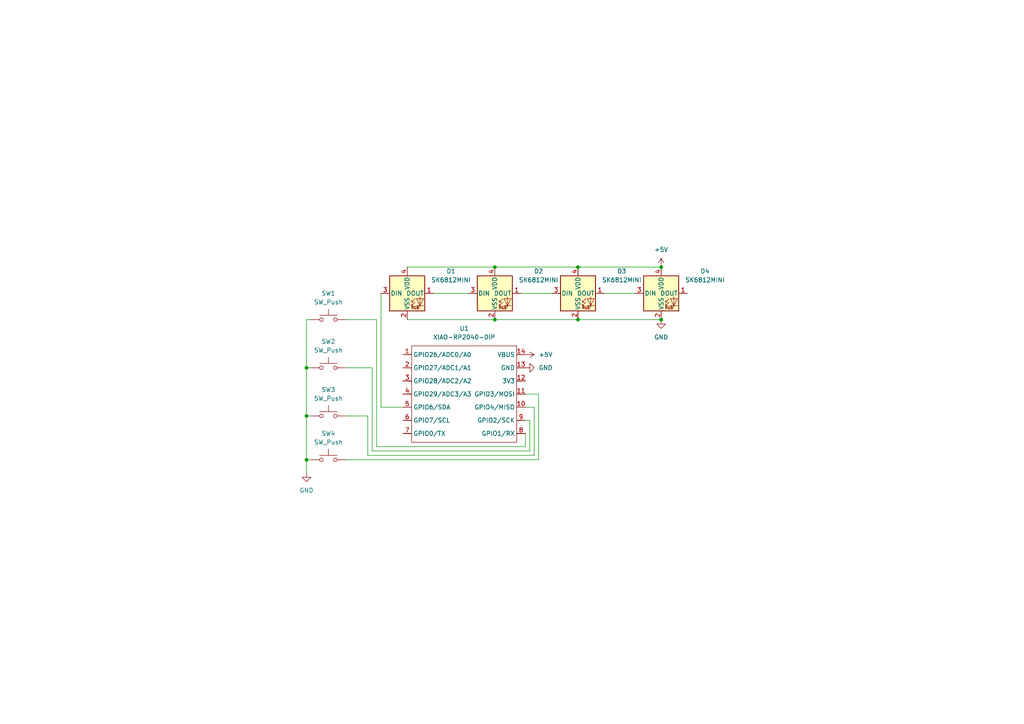
<source format=kicad_sch>
(kicad_sch (version 20250114) (generator "eeschema") (generator_version "9.0")
  (paper "A4")
  (lib_symbols
    (symbol "LED:SK6812MINI" (pin_names (offset 0.254))
      (property "Reference" "D" (at 5.08 5.715 0))
      (property "Value" "SK6812MINI" (at 1.27 -5.715 0))
      (symbol "SK6812MINI_0_0"
        (text "RGB" (at 2.286 -4.191 0) (effects (font (size 0.762 0.762))))
      )
      (symbol "SK6812MINI_0_1"
        (polyline (pts (xy 1.27 -2.54) (xy 1.778 -2.54)))
        (polyline (pts (xy 1.27 -3.556) (xy 1.778 -3.556)))
        (polyline (pts (xy 2.286 -1.524) (xy 1.27 -2.54) (xy 1.27 -2.032)))
        (polyline (pts (xy 2.286 -2.54) (xy 1.27 -3.556) (xy 1.27 -3.048)))
        (polyline (pts (xy 3.683 -1.016) (xy 3.683 -3.556) (xy 3.683 -4.064)))
        (polyline (pts (xy 4.699 -1.524) (xy 2.667 -1.524) (xy 3.683 -3.556) (xy 4.699 -1.524)))
        (polyline (pts (xy 4.699 -3.556) (xy 2.667 -3.556)))
        (rectangle (start 5.08 5.08) (end -5.08 -5.08) (stroke (width 0.254)) (fill (type background)))
      )
      (symbol "SK6812MINI_1_1"
        (pin input line (at -7.62 0 0) (length 2.54) (name "DIN") (number "3"))
        (pin power_in line (at 0 7.62 270) (length 2.54) (name "VDD") (number "4"))
        (pin power_in line (at 0 -7.62 90) (length 2.54) (name "VSS") (number "2"))
        (pin output line (at 7.62 0 180) (length 2.54) (name "DOUT") (number "1"))
      )
    )
    (symbol "Seeed_Studio_XIAO_Series:XIAO-RP2040-DIP"
      (property "Reference" "U" (at 0 0 0))
      (property "Value" "XIAO-RP2040-DIP" (at 5.334 -1.778 0))
      (symbol "XIAO-RP2040-DIP_1_0"
        (polyline (pts (xy -1.27 -2.54) (xy 29.21 -2.54)) (stroke (width 0.1524)))
        (polyline (pts (xy -1.27 -5.08) (xy -2.54 -5.08)) (stroke (width 0.1524)))
        (polyline (pts (xy -1.27 -5.08) (xy -1.27 -2.54)) (stroke (width 0.1524)))
        (polyline (pts (xy -1.27 -8.89) (xy -2.54 -8.89)) (stroke (width 0.1524)))
        (polyline (pts (xy -1.27 -8.89) (xy -1.27 -5.08)) (stroke (width 0.1524)))
        (polyline (pts (xy -1.27 -12.7) (xy -2.54 -12.7)) (stroke (width 0.1524)))
        (polyline (pts (xy -1.27 -12.7) (xy -1.27 -8.89)) (stroke (width 0.1524)))
        (polyline (pts (xy -1.27 -16.51) (xy -2.54 -16.51)) (stroke (width 0.1524)))
        (polyline (pts (xy -1.27 -16.51) (xy -1.27 -12.7)) (stroke (width 0.1524)))
        (polyline (pts (xy -1.27 -20.32) (xy -2.54 -20.32)) (stroke (width 0.1524)))
        (polyline (pts (xy -1.27 -24.13) (xy -2.54 -24.13)) (stroke (width 0.1524)))
        (polyline (pts (xy -1.27 -27.94) (xy -2.54 -27.94)) (stroke (width 0.1524)))
        (polyline (pts (xy -1.27 -30.48) (xy -1.27 -16.51)) (stroke (width 0.1524)))
        (polyline (pts (xy 29.21 -2.54) (xy 29.21 -5.08)) (stroke (width 0.1524)))
        (polyline (pts (xy 29.21 -5.08) (xy 29.21 -8.89)) (stroke (width 0.1524)))
        (polyline (pts (xy 29.21 -8.89) (xy 29.21 -12.7)) (stroke (width 0.1524)))
        (polyline (pts (xy 29.21 -12.7) (xy 29.21 -30.48)) (stroke (width 0.1524)))
        (polyline (pts (xy 29.21 -30.48) (xy -1.27 -30.48)) (stroke (width 0.1524)))
        (polyline (pts (xy 30.48 -5.08) (xy 29.21 -5.08)) (stroke (width 0.1524)))
        (polyline (pts (xy 30.48 -8.89) (xy 29.21 -8.89)) (stroke (width 0.1524)))
        (polyline (pts (xy 30.48 -12.7) (xy 29.21 -12.7)) (stroke (width 0.1524)))
        (polyline (pts (xy 30.48 -16.51) (xy 29.21 -16.51)) (stroke (width 0.1524)))
        (polyline (pts (xy 30.48 -20.32) (xy 29.21 -20.32)) (stroke (width 0.1524)))
        (polyline (pts (xy 30.48 -24.13) (xy 29.21 -24.13)) (stroke (width 0.1524)))
        (polyline (pts (xy 30.48 -27.94) (xy 29.21 -27.94)) (stroke (width 0.1524)))
        (pin passive line (at -3.81 -5.08 0) (length 2.54) (name "GPIO26/ADC0/A0") (number "1"))
        (pin passive line (at -3.81 -8.89 0) (length 2.54) (name "GPIO27/ADC1/A1") (number "2"))
        (pin passive line (at -3.81 -12.7 0) (length 2.54) (name "GPIO28/ADC2/A2") (number "3"))
        (pin passive line (at -3.81 -16.51 0) (length 2.54) (name "GPIO29/ADC3/A3") (number "4"))
        (pin passive line (at -3.81 -20.32 0) (length 2.54) (name "GPIO6/SDA") (number "5"))
        (pin passive line (at -3.81 -24.13 0) (length 2.54) (name "GPIO7/SCL") (number "6"))
        (pin passive line (at -3.81 -27.94 0) (length 2.54) (name "GPIO0/TX") (number "7"))
        (pin passive line (at 31.75 -5.08 180) (length 2.54) (name "VBUS") (number "14"))
        (pin passive line (at 31.75 -8.89 180) (length 2.54) (name "GND") (number "13"))
        (pin passive line (at 31.75 -12.7 180) (length 2.54) (name "3V3") (number "12"))
        (pin passive line (at 31.75 -16.51 180) (length 2.54) (name "GPIO3/MOSI") (number "11"))
        (pin passive line (at 31.75 -20.32 180) (length 2.54) (name "GPIO4/MISO") (number "10"))
        (pin passive line (at 31.75 -24.13 180) (length 2.54) (name "GPIO2/SCK") (number "9"))
        (pin passive line (at 31.75 -27.94 180) (length 2.54) (name "GPIO1/RX") (number "8"))
      )
    )
    (symbol "Switch:SW_Push" (pin_numbers (hide yes)) (pin_names (offset 1.016) (hide yes))
      (property "Reference" "SW" (at 1.27 2.54 0))
      (property "Value" "SW_Push" (at 0 -1.524 0))
      (symbol "SW_Push_0_1"
        (circle (center -2.032 0) (radius 0.508))
        (polyline (pts (xy 0 1.27) (xy 0 3.048)))
        (circle (center 2.032 0) (radius 0.508))
        (polyline (pts (xy 2.54 1.27) (xy -2.54 1.27)))
        (pin passive line (at -5.08 0 0) (length 2.54) (name "1") (number "1"))
        (pin passive line (at 5.08 0 180) (length 2.54) (name "2") (number "2"))
      )
    )
    (symbol "power:+5V" (power) (pin_numbers (hide yes)) (pin_names (offset 0) (hide yes))
      (property "Value" "+5V" (at 0 3.556 0))
      (symbol "+5V_0_1"
        (polyline (pts (xy -0.762 1.27) (xy 0 2.54)))
        (polyline (pts (xy 0 2.54) (xy 0.762 1.27)))
        (polyline (pts (xy 0 0) (xy 0 2.54)))
      )
      (symbol "+5V_1_1"
        (pin power_in line (at 0 0 90) (length 0) (name "~") (number "1"))
      )
    )
    (symbol "power:GND" (power) (pin_numbers (hide yes)) (pin_names (offset 0) (hide yes))
      (property "Value" "GND" (at 0 -3.81 0))
      (symbol "GND_0_1"
        (polyline (pts (xy 0 0) (xy 0 -1.27) (xy 1.27 -1.27) (xy 0 -2.54) (xy -1.27 -1.27) (xy 0 -1.27)))
      )
      (symbol "GND_1_1"
        (pin power_in line (at 0 0 270) (length 0) (name "~") (number "1"))
      )
    )
  )
  (junction (at 191.77 92.71))
  (junction (at 143.51 77.47))
  (junction (at 88.9 106.68))
  (junction (at 88.9 120.65))
  (junction (at 167.64 92.71))
  (junction (at 167.64 77.47))
  (junction (at 88.9 133.35))
  (junction (at 191.77 77.47))
  (junction (at 143.51 92.71))
  (wire (pts (xy 152.4 129.54) (xy 152.4 125.73)))
  (wire (pts (xy 100.33 133.35) (xy 156.21 133.35)))
  (wire (pts (xy 175.26 85.09) (xy 184.15 85.09)))
  (wire (pts (xy 88.9 133.35) (xy 88.9 137.16)))
  (wire (pts (xy 152.4 121.92) (xy 153.67 121.92)))
  (wire (pts (xy 90.17 92.71) (xy 88.9 92.71)))
  (wire (pts (xy 88.9 120.65) (xy 88.9 133.35)))
  (wire (pts (xy 143.51 92.71) (xy 167.64 92.71)))
  (wire (pts (xy 106.68 120.65) (xy 106.68 132.08)))
  (wire (pts (xy 100.33 120.65) (xy 106.68 120.65)))
  (wire (pts (xy 100.33 106.68) (xy 107.95 106.68)))
  (wire (pts (xy 152.4 118.11) (xy 154.94 118.11)))
  (wire (pts (xy 154.94 132.08) (xy 154.94 118.11)))
  (wire (pts (xy 156.21 114.3) (xy 152.4 114.3)))
  (wire (pts (xy 156.21 133.35) (xy 156.21 114.3)))
  (wire (pts (xy 88.9 133.35) (xy 90.17 133.35)))
  (wire (pts (xy 151.13 85.09) (xy 160.02 85.09)))
  (wire (pts (xy 88.9 106.68) (xy 90.17 106.68)))
  (wire (pts (xy 100.33 92.71) (xy 109.22 92.71)))
  (wire (pts (xy 118.11 77.47) (xy 143.51 77.47)))
  (wire (pts (xy 167.64 92.71) (xy 191.77 92.71)))
  (wire (pts (xy 167.64 77.47) (xy 191.77 77.47)))
  (wire (pts (xy 107.95 130.81) (xy 153.67 130.81)))
  (wire (pts (xy 143.51 77.47) (xy 167.64 77.47)))
  (wire (pts (xy 109.22 129.54) (xy 152.4 129.54)))
  (wire (pts (xy 106.68 132.08) (xy 154.94 132.08)))
  (wire (pts (xy 88.9 120.65) (xy 90.17 120.65)))
  (wire (pts (xy 110.49 118.11) (xy 116.84 118.11)))
  (wire (pts (xy 109.22 92.71) (xy 109.22 129.54)))
  (wire (pts (xy 125.73 85.09) (xy 135.89 85.09)))
  (wire (pts (xy 88.9 106.68) (xy 88.9 120.65)))
  (wire (pts (xy 107.95 106.68) (xy 107.95 130.81)))
  (wire (pts (xy 118.11 92.71) (xy 143.51 92.71)))
  (wire (pts (xy 153.67 130.81) (xy 153.67 121.92)))
  (wire (pts (xy 88.9 92.71) (xy 88.9 106.68)))
  (wire (pts (xy 110.49 85.09) (xy 110.49 118.11)))
  (symbol (lib_id "Seeed_Studio_XIAO_Series:XIAO-RP2040-DIP") (at 120.65 97.79 0) (unit 1)
    (property "Reference" "U1" (at 134.62 95.25 0))
    (property "Value" "XIAO-RP2040-DIP" (at 134.62 97.79 0))
    (property "Footprint" "Seeed Studio XIAO Series Library:XIAO-RP2040-DIP" (effects (hide yes)))
  )
  (symbol (lib_id "LED:SK6812MINI") (at 191.77 85.09 0) (unit 1)
    (property "Reference" "D4" (at 204.47 78.6698 0))
    (property "Value" "SK6812MINI" (at 204.47 81.2098 0))
    (property "Footprint" "LED_SMD:LED_SK6812MINI_PLCC4_3.5x3.5mm_P1.75mm" (effects (hide yes)))
    (property "Datasheet" "https://cdn-shop.adafruit.com/product-files/2686/SK6812MINI_REV.01-1-2.pdf" (effects (hide yes)))
    (property "Description" "RGB LED with integrated controller" (effects (hide yes)))
  )
  (symbol (lib_id "power:GND") (at 191.77 92.71 0) (unit 1)
    (property "Reference" "#PWR04" (effects (hide yes)))
    (property "Value" "GND" (at 191.77 97.79 0))
    (property "Description" "Power symbol creates a global label with name \"GND\" , ground" (effects (hide yes)))
  )
  (symbol (lib_id "Switch:SW_Push") (at 95.25 120.65 0) (unit 1)
    (property "Reference" "SW3" (at 95.25 113.03 0))
    (property "Value" "SW_Push" (at 95.25 115.57 0))
    (property "Footprint" "Button_Switch_Keyboard:SW_Cherry_MX_1.00u_PCB" (effects (hide yes)))
    (property "Description" "Push button switch, generic, two pins" (effects (hide yes)))
  )
  (symbol (lib_id "Switch:SW_Push") (at 95.25 133.35 0) (unit 1)
    (property "Reference" "SW4" (at 95.25 125.73 0))
    (property "Value" "SW_Push" (at 95.25 128.27 0))
    (property "Footprint" "Button_Switch_Keyboard:SW_Cherry_MX_1.00u_PCB" (effects (hide yes)))
    (property "Description" "Push button switch, generic, two pins" (effects (hide yes)))
  )
  (symbol (lib_id "power:+5V") (at 152.4 102.87 270) (unit 1)
    (property "Reference" "#PWR02" (effects (hide yes)))
    (property "Value" "+5V" (at 156.21 102.8699 90) (effects (justify left)))
    (property "Description" "Power symbol creates a global label with name \"+5V\"" (effects (hide yes)))
  )
  (symbol (lib_id "Switch:SW_Push") (at 95.25 92.71 0) (unit 1)
    (property "Reference" "SW1" (at 95.25 85.09 0))
    (property "Value" "SW_Push" (at 95.25 87.63 0))
    (property "Footprint" "Button_Switch_Keyboard:SW_Cherry_MX_1.00u_PCB" (effects (hide yes)))
    (property "Description" "Push button switch, generic, two pins" (effects (hide yes)))
  )
  (symbol (lib_id "Switch:SW_Push") (at 95.25 106.68 0) (unit 1)
    (property "Reference" "SW2" (at 95.25 99.06 0))
    (property "Value" "SW_Push" (at 95.25 101.6 0))
    (property "Footprint" "Button_Switch_Keyboard:SW_Cherry_MX_1.00u_PCB" (effects (hide yes)))
    (property "Description" "Push button switch, generic, two pins" (effects (hide yes)))
  )
  (symbol (lib_id "power:+5V") (at 191.77 77.47 0) (unit 1)
    (property "Reference" "#PWR01" (effects (hide yes)))
    (property "Value" "+5V" (at 191.77 72.39 0))
    (property "Description" "Power symbol creates a global label with name \"+5V\"" (effects (hide yes)))
  )
  (symbol (lib_id "power:GND") (at 152.4 106.68 90) (unit 1)
    (property "Reference" "#PWR03" (effects (hide yes)))
    (property "Value" "GND" (at 156.21 106.6799 90) (effects (justify right)))
    (property "Description" "Power symbol creates a global label with name \"GND\" , ground" (effects (hide yes)))
  )
  (symbol (lib_id "LED:SK6812MINI") (at 118.11 85.09 0) (unit 1)
    (property "Reference" "D1" (at 130.81 78.6698 0))
    (property "Value" "SK6812MINI" (at 130.81 81.2098 0))
    (property "Footprint" "LED_SMD:LED_SK6812MINI_PLCC4_3.5x3.5mm_P1.75mm" (effects (hide yes)))
    (property "Datasheet" "https://cdn-shop.adafruit.com/product-files/2686/SK6812MINI_REV.01-1-2.pdf" (effects (hide yes)))
    (property "Description" "RGB LED with integrated controller" (effects (hide yes)))
  )
  (symbol (lib_id "power:GND") (at 88.9 137.16 0) (unit 1)
    (property "Reference" "#PWR05" (effects (hide yes)))
    (property "Value" "GND" (at 88.9 142.24 0))
    (property "Description" "Power symbol creates a global label with name \"GND\" , ground" (effects (hide yes)))
  )
  (symbol (lib_id "LED:SK6812MINI") (at 143.51 85.09 0) (unit 1)
    (property "Reference" "D2" (at 156.21 78.6698 0))
    (property "Value" "SK6812MINI" (at 156.21 81.2098 0))
    (property "Footprint" "LED_SMD:LED_SK6812MINI_PLCC4_3.5x3.5mm_P1.75mm" (effects (hide yes)))
    (property "Datasheet" "https://cdn-shop.adafruit.com/product-files/2686/SK6812MINI_REV.01-1-2.pdf" (effects (hide yes)))
    (property "Description" "RGB LED with integrated controller" (effects (hide yes)))
  )
  (symbol (lib_id "LED:SK6812MINI") (at 167.64 85.09 0) (unit 1)
    (property "Reference" "D3" (at 180.34 78.6698 0))
    (property "Value" "SK6812MINI" (at 180.34 81.2098 0))
    (property "Footprint" "LED_SMD:LED_SK6812MINI_PLCC4_3.5x3.5mm_P1.75mm" (effects (hide yes)))
    (property "Datasheet" "https://cdn-shop.adafruit.com/product-files/2686/SK6812MINI_REV.01-1-2.pdf" (effects (hide yes)))
    (property "Description" "RGB LED with integrated controller" (effects (hide yes)))
  )
)
</source>
